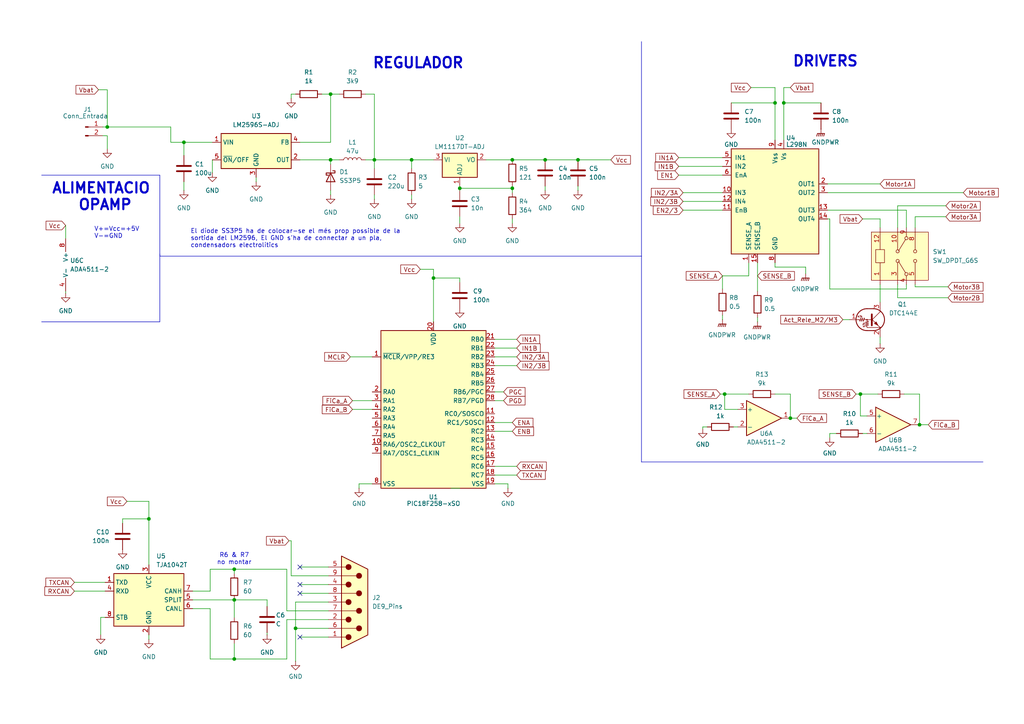
<source format=kicad_sch>
(kicad_sch (version 20250114) (generator "eeschema") (generator_version "9.0")
  (paper "A4")
  (lib_symbols
    (symbol "Connector:Conn_01x02_Pin" (pin_names (offset 1.016) (hide yes))
      (property "Reference" "J" (at 0 2.54 0))
      (property "Value" "Conn_01x02_Pin" (at 0 -5.08 0))
      (symbol "Conn_01x02_Pin_1_1"
        (rectangle (start 0.8636 0.127) (end 0 -0.127) (stroke (width 0.1524)) (fill (type outline)))
        (rectangle (start 0.8636 -2.413) (end 0 -2.667) (stroke (width 0.1524)) (fill (type outline)))
        (polyline (pts (xy 1.27 0) (xy 0.8636 0)) (stroke (width 0.1524)))
        (polyline (pts (xy 1.27 -2.54) (xy 0.8636 -2.54)) (stroke (width 0.1524)))
        (pin passive line (at 5.08 0 180) (length 3.81) (name "Pin_1") (number "1"))
        (pin passive line (at 5.08 -2.54 180) (length 3.81) (name "Pin_2") (number "2"))
      )
    )
    (symbol "Connector:DE9_Pins" (pin_names (offset 1.016) (hide yes))
      (property "Reference" "J" (at 0 13.97 0))
      (property "Value" "DE9_Pins" (at 0 -14.605 0))
      (symbol "DE9_Pins_0_1"
        (polyline (pts (xy -3.81 10.16) (xy -2.54 10.16)))
        (polyline (pts (xy -3.81 7.62) (xy 0.508 7.62)))
        (polyline (pts (xy -3.81 5.08) (xy -2.54 5.08)))
        (polyline (pts (xy -3.81 2.54) (xy 0.508 2.54)))
        (polyline (pts (xy -3.81 0) (xy -2.54 0)))
        (polyline (pts (xy -3.81 -2.54) (xy 0.508 -2.54)))
        (polyline (pts (xy -3.81 -5.08) (xy -2.54 -5.08)))
        (polyline (pts (xy -3.81 -7.62) (xy 0.508 -7.62)))
        (polyline (pts (xy -3.81 -10.16) (xy -2.54 -10.16)))
        (polyline (pts (xy -3.81 -13.335) (xy -3.81 13.335) (xy 3.81 9.525) (xy 3.81 -9.525) (xy -3.81 -13.335)) (stroke (width 0.254)) (fill (type background)))
        (circle (center -1.778 10.16) (radius 0.762) (fill (type outline)))
        (circle (center -1.778 5.08) (radius 0.762) (fill (type outline)))
        (circle (center -1.778 0) (radius 0.762) (fill (type outline)))
        (circle (center -1.778 -5.08) (radius 0.762) (fill (type outline)))
        (circle (center -1.778 -10.16) (radius 0.762) (fill (type outline)))
        (circle (center 1.27 7.62) (radius 0.762) (fill (type outline)))
        (circle (center 1.27 2.54) (radius 0.762) (fill (type outline)))
        (circle (center 1.27 -2.54) (radius 0.762) (fill (type outline)))
        (circle (center 1.27 -7.62) (radius 0.762) (fill (type outline)))
      )
      (symbol "DE9_Pins_1_1"
        (pin passive line (at -7.62 10.16 0) (length 3.81) (name "5") (number "5"))
        (pin passive line (at -7.62 7.62 0) (length 3.81) (name "9") (number "9"))
        (pin passive line (at -7.62 5.08 0) (length 3.81) (name "4") (number "4"))
        (pin passive line (at -7.62 2.54 0) (length 3.81) (name "8") (number "8"))
        (pin passive line (at -7.62 0 0) (length 3.81) (name "3") (number "3"))
        (pin passive line (at -7.62 -2.54 0) (length 3.81) (name "7") (number "7"))
        (pin passive line (at -7.62 -5.08 0) (length 3.81) (name "2") (number "2"))
        (pin passive line (at -7.62 -7.62 0) (length 3.81) (name "6") (number "6"))
        (pin passive line (at -7.62 -10.16 0) (length 3.81) (name "1") (number "1"))
      )
    )
    (symbol "Device:C" (pin_numbers (hide yes)) (pin_names (offset 0.254))
      (property "Reference" "C" (at 0.635 2.54 0))
      (property "Value" "C" (at 0.635 -2.54 0))
      (symbol "C_0_1"
        (polyline (pts (xy -2.032 0.762) (xy 2.032 0.762)) (stroke (width 0.508)))
        (polyline (pts (xy -2.032 -0.762) (xy 2.032 -0.762)) (stroke (width 0.508)))
      )
      (symbol "C_1_1"
        (pin passive line (at 0 3.81 270) (length 2.794) (name "~") (number "1"))
        (pin passive line (at 0 -3.81 90) (length 2.794) (name "~") (number "2"))
      )
    )
    (symbol "Device:L" (pin_numbers (hide yes)) (pin_names (offset 1.016) (hide yes))
      (property "Reference" "L" (at -1.27 0 90))
      (property "Value" "L" (at 1.905 0 90))
      (symbol "L_0_1"
        (arc (start 0 2.54) (mid 0.6323 1.905) (end 0 1.27))
        (arc (start 0 1.27) (mid 0.6323 0.635) (end 0 0))
        (arc (start 0 0) (mid 0.6323 -0.635) (end 0 -1.27))
        (arc (start 0 -1.27) (mid 0.6323 -1.905) (end 0 -2.54))
      )
      (symbol "L_1_1"
        (pin passive line (at 0 3.81 270) (length 1.27) (name "1") (number "1"))
        (pin passive line (at 0 -3.81 90) (length 1.27) (name "2") (number "2"))
      )
    )
    (symbol "Device:R" (pin_numbers (hide yes)) (pin_names (offset 0))
      (property "Reference" "R" (at 2.032 0 90))
      (property "Value" "R" (at 0 0 90))
      (symbol "R_0_1"
        (rectangle (start -1.016 -2.54) (end 1.016 2.54) (stroke (width 0.254)))
      )
      (symbol "R_1_1"
        (pin passive line (at 0 3.81 270) (length 1.27) (name "~") (number "1"))
        (pin passive line (at 0 -3.81 90) (length 1.27) (name "~") (number "2"))
      )
    )
    (symbol "Driver_Motor:L298N" (pin_names (offset 1.016))
      (property "Reference" "U" (at -10.16 16.51 0))
      (property "Value" "L298N" (at 12.7 16.51 0))
      (symbol "L298N_0_1"
        (rectangle (start -12.7 15.24) (end 12.7 -15.24) (stroke (width 0.254)) (fill (type background)))
      )
      (symbol "L298N_1_1"
        (pin input line (at -15.24 12.7 0) (length 2.54) (name "IN1") (number "5"))
        (pin input line (at -15.24 10.16 0) (length 2.54) (name "IN2") (number "7"))
        (pin input line (at -15.24 7.62 0) (length 2.54) (name "EnA") (number "6"))
        (pin input line (at -15.24 2.54 0) (length 2.54) (name "IN3") (number "10"))
        (pin input line (at -15.24 0 0) (length 2.54) (name "IN4") (number "12"))
        (pin input line (at -15.24 -2.54 0) (length 2.54) (name "EnB") (number "11"))
        (pin power_in line (at -7.62 -17.78 90) (length 2.54) (name "SENSE_A") (number "1"))
        (pin power_in line (at -5.08 -17.78 90) (length 2.54) (name "SENSE_B") (number "15"))
        (pin power_in line (at 0 17.78 270) (length 2.54) (name "Vss") (number "9"))
        (pin power_in line (at 0 -17.78 90) (length 2.54) (name "GND") (number "8"))
        (pin power_in line (at 2.54 17.78 270) (length 2.54) (name "Vs") (number "4"))
        (pin output line (at 15.24 5.08 180) (length 2.54) (name "OUT1") (number "2"))
        (pin output line (at 15.24 2.54 180) (length 2.54) (name "OUT2") (number "3"))
        (pin output line (at 15.24 -2.54 180) (length 2.54) (name "OUT3") (number "13"))
        (pin output line (at 15.24 -5.08 180) (length 2.54) (name "OUT4") (number "14"))
      )
    )
    (symbol "Interface_CAN_LIN:TJA1042T"
      (property "Reference" "U" (at -10.16 8.89 0))
      (property "Value" "TJA1042T" (at 1.27 8.89 0))
      (symbol "TJA1042T_0_1"
        (rectangle (start -10.16 7.62) (end 10.16 -7.62) (stroke (width 0.254)) (fill (type background)))
      )
      (symbol "TJA1042T_1_1"
        (pin input line (at -12.7 5.08 0) (length 2.54) (name "TXD") (number "1"))
        (pin output line (at -12.7 2.54 0) (length 2.54) (name "RXD") (number "4"))
        (pin input line (at -12.7 -5.08 0) (length 2.54) (name "STB") (number "8"))
        (pin power_in line (at 0 10.16 270) (length 2.54) (name "VCC") (number "3"))
        (pin power_in line (at 0 -10.16 90) (length 2.54) (name "GND") (number "2"))
        (pin bidirectional line (at 12.7 2.54 180) (length 2.54) (name "CANH") (number "7"))
        (pin power_out line (at 12.7 0 180) (length 2.54) (name "SPLIT") (number "5"))
        (pin bidirectional line (at 12.7 -2.54 180) (length 2.54) (name "CANL") (number "6"))
      )
    )
    (symbol "PracticasKiCad:ADA4511-2" (pin_names (offset 0.127))
      (property "Reference" "U" (at 0 5.08 0))
      (property "Value" "ADA4511-2" (at 0 -5.08 0))
      (symbol "ADA4511-2_1_1"
        (polyline (pts (xy -5.08 5.08) (xy 5.08 0) (xy -5.08 -5.08) (xy -5.08 5.08)) (stroke (width 0.254)) (fill (type background)))
        (pin input line (at -7.62 2.54 0) (length 2.54) (name "+") (number "3"))
        (pin input line (at -7.62 -2.54 0) (length 2.54) (name "-") (number "2"))
        (pin output line (at 7.62 0 180) (length 2.54) (name "~") (number "1"))
      )
      (symbol "ADA4511-2_2_1"
        (polyline (pts (xy -5.08 5.08) (xy 5.08 0) (xy -5.08 -5.08) (xy -5.08 5.08)) (stroke (width 0.254)) (fill (type background)))
        (pin input line (at -7.62 2.54 0) (length 2.54) (name "+") (number "5"))
        (pin input line (at -7.62 -2.54 0) (length 2.54) (name "-") (number "6"))
        (pin output line (at 7.62 0 180) (length 2.54) (name "~") (number "7"))
      )
      (symbol "ADA4511-2_3_1"
        (pin power_in line (at -2.54 7.62 270) (length 3.81) (name "V+") (number "8"))
        (pin power_in line (at -2.54 -7.62 90) (length 3.81) (name "V-") (number "4"))
      )
    )
    (symbol "PracticasKiCad:PIC18F258-xSO"
      (property "Reference" "U" (at -12.7 25.4 0))
      (property "Value" "PIC18F258-xSO" (at 12.7 25.4 0))
      (symbol "PIC18F258-xSO_1_1"
        (rectangle (start -15.24 22.86) (end 15.24 -22.86) (stroke (width 0.254)) (fill (type background)))
        (pin input line (at -17.78 15.24 0) (length 2.54) (name "~{MCLR}/VPP/RE3") (number "1"))
        (pin bidirectional line (at -17.78 5.08 0) (length 2.54) (name "RA0") (number "2"))
        (pin bidirectional line (at -17.78 2.54 0) (length 2.54) (name "RA1") (number "3"))
        (pin bidirectional line (at -17.78 0 0) (length 2.54) (name "RA2") (number "4"))
        (pin bidirectional line (at -17.78 -2.54 0) (length 2.54) (name "RA3") (number "5"))
        (pin bidirectional line (at -17.78 -5.08 0) (length 2.54) (name "RA4") (number "6"))
        (pin bidirectional line (at -17.78 -7.62 0) (length 2.54) (name "RA5") (number "7"))
        (pin bidirectional line (at -17.78 -10.16 0) (length 2.54) (name "RA6/OSC2_CLKOUT") (number "10"))
        (pin bidirectional line (at -17.78 -12.7 0) (length 2.54) (name "RA7/OSC1_CLKIN") (number "9"))
        (pin power_in line (at -17.78 -21.59 0) (length 2.54) (name "VSS") (number "8"))
        (pin power_in line (at 0 25.4 270) (length 2.54) (name "VDD") (number "20"))
        (pin bidirectional line (at 17.78 20.32 180) (length 2.54) (name "RB0") (number "21"))
        (pin bidirectional line (at 17.78 17.78 180) (length 2.54) (name "RB1") (number "22"))
        (pin bidirectional line (at 17.78 15.24 180) (length 2.54) (name "RB2") (number "23"))
        (pin bidirectional line (at 17.78 12.7 180) (length 2.54) (name "RB3") (number "24"))
        (pin bidirectional line (at 17.78 10.16 180) (length 2.54) (name "RB4") (number "25"))
        (pin bidirectional line (at 17.78 7.62 180) (length 2.54) (name "RB5") (number "26"))
        (pin bidirectional line (at 17.78 5.08 180) (length 2.54) (name "RB6/PGC") (number "27"))
        (pin bidirectional line (at 17.78 2.54 180) (length 2.54) (name "RB7/PGD") (number "28"))
        (pin bidirectional line (at 17.78 -1.27 180) (length 2.54) (name "RC0/SOSCO") (number "11"))
        (pin bidirectional line (at 17.78 -3.81 180) (length 2.54) (name "RC1/SOSCI") (number "12"))
        (pin bidirectional line (at 17.78 -6.35 180) (length 2.54) (name "RC2") (number "13"))
        (pin bidirectional line (at 17.78 -8.89 180) (length 2.54) (name "RC3") (number "14"))
        (pin bidirectional line (at 17.78 -11.43 180) (length 2.54) (name "RC4") (number "15"))
        (pin bidirectional line (at 17.78 -13.97 180) (length 2.54) (name "RC5") (number "16"))
        (pin bidirectional line (at 17.78 -16.51 180) (length 2.54) (name "RC6") (number "17"))
        (pin bidirectional line (at 17.78 -19.05 180) (length 2.54) (name "RC7") (number "18"))
        (pin power_in line (at 17.78 -21.59 180) (length 2.54) (name "VSS") (number "19"))
      )
    )
    (symbol "PracticasKiCad:SS3P5" (pin_numbers (hide yes)) (pin_names (offset 1.016) (hide yes))
      (property "Reference" "D" (at 0 2.54 0))
      (property "Value" "SS3P5" (at 0 -2.54 0))
      (symbol "SS3P5_0_1"
        (polyline (pts (xy -1.905 0.635) (xy -1.905 1.27) (xy -1.27 1.27) (xy -1.27 -1.27) (xy -0.635 -1.27) (xy -0.635 -0.635)) (stroke (width 0.254)))
        (polyline (pts (xy 1.27 1.27) (xy 1.27 -1.27) (xy -1.27 0) (xy 1.27 1.27)) (stroke (width 0.254)))
        (polyline (pts (xy 1.27 0) (xy -1.27 0)))
      )
      (symbol "SS3P5_1_1"
        (pin passive line (at -3.81 0 0) (length 2.54) (name "K") (number "1"))
        (pin passive line (at 3.81 0 180) (length 2.54) (name "A") (number "2"))
      )
    )
    (symbol "PracticasKiCad:SW_DPDT_G6S" (pin_names (offset 1) (hide yes))
      (property "Reference" "SW" (at 15.24 13.97 0))
      (property "Value" "SW_DPDT_G6S" (at 18.288 -10.668 0))
      (symbol "SW_DPDT_G6S_0_1"
        (rectangle (start 11.43 7.62) (end 13.97 3.81))
        (circle (center 17.78 7.112) (radius 0.4572))
        (circle (center 17.78 4.318) (radius 0.4572))
        (polyline (pts (xy 20.066 10.541) (xy 18.034 7.239)))
        (polyline (pts (xy 20.066 0.889) (xy 18.034 4.191)))
        (circle (center 20.32 10.922) (radius 0.4572))
        (circle (center 20.32 0.508) (radius 0.4572))
        (circle (center 22.86 7.112) (radius 0.4572))
        (circle (center 22.86 4.318) (radius 0.4572))
      )
      (symbol "SW_DPDT_G6S_1_1"
        (rectangle (start 10.16 12.7) (end 26.67 -1.27) (fill (type background)))
        (pin passive line (at 12.7 13.97 270) (length 6.35) (name "") (number "12"))
        (pin passive line (at 12.7 -2.54 90) (length 6.35) (name "") (number "1"))
        (pin passive line (at 17.78 13.97 270) (length 6.35) (name "") (number "10"))
        (pin passive line (at 17.78 -2.54 90) (length 6.35) (name "") (number "3"))
        (pin passive line (at 20.32 13.97 270) (length 2.54) (name "") (number "9"))
        (pin passive line (at 20.32 -2.54 90) (length 2.54) (name "") (number "4"))
        (pin passive line (at 22.86 13.97 270) (length 6.35) (name "") (number "8"))
        (pin passive line (at 22.86 -2.54 90) (length 6.35) (name "") (number "5"))
      )
    )
    (symbol "Regulator_Linear:LM1117DT-ADJ"
      (property "Reference" "U" (at -3.81 3.175 0))
      (property "Value" "LM1117DT-ADJ" (at 0 3.175 0))
      (symbol "LM1117DT-ADJ_0_1"
        (rectangle (start -5.08 -5.08) (end 5.08 1.905) (stroke (width 0.254)) (fill (type background)))
      )
      (symbol "LM1117DT-ADJ_1_1"
        (pin power_in line (at -7.62 0 0) (length 2.54) (name "VI") (number "3"))
        (pin input line (at 0 -7.62 90) (length 2.54) (name "ADJ") (number "1"))
        (pin power_out line (at 7.62 0 180) (length 2.54) (name "VO") (number "2"))
      )
    )
    (symbol "Regulator_Switching:LM2596S-ADJ"
      (property "Reference" "U" (at -10.16 6.35 0))
      (property "Value" "LM2596S-ADJ" (at 0 6.35 0))
      (symbol "LM2596S-ADJ_0_1"
        (rectangle (start -10.16 5.08) (end 10.16 -5.08) (stroke (width 0.254)) (fill (type background)))
      )
      (symbol "LM2596S-ADJ_1_1"
        (pin power_in line (at -12.7 2.54 0) (length 2.54) (name "VIN") (number "1"))
        (pin input line (at -12.7 -2.54 0) (length 2.54) (name "~{ON}/OFF") (number "5"))
        (pin power_in line (at 0 -7.62 90) (length 2.54) (name "GND") (number "3"))
        (pin input line (at 12.7 2.54 180) (length 2.54) (name "FB") (number "4"))
        (pin output line (at 12.7 -2.54 180) (length 2.54) (name "OUT") (number "2"))
      )
    )
    (symbol "Transistor_BJT:DTC144E" (pin_names (offset 0) (hide yes))
      (property "Reference" "Q" (at 5.08 1.905 0))
      (property "Value" "DTC144E" (at 5.08 0 0))
      (symbol "DTC144E_0_0"
        (text "47k" (at -3.302 0.889 0) (effects (font (size 0.508 0.508))))
        (text "47k" (at -2.159 -1.524 900) (effects (font (size 0.508 0.508))))
      )
      (symbol "DTC144E_0_1"
        (polyline (pts (xy -3.429 0) (xy -3.81 0)))
        (polyline (pts (xy -1.27 3.175) (xy 0.635 3.175)) (stroke (width 0.254)))
        (circle (center -1.27 0) (radius 0.127))
        (polyline (pts (xy -1.27 0) (xy -1.27 -0.381) (xy -0.762 -0.508) (xy -1.778 -0.762) (xy -0.762 -1.016) (xy -1.778 -1.27) (xy -0.762 -1.524) (xy -1.778 -1.778) (xy -1.27 -1.905) (xy -1.27 -2.286) (xy 2.54 -2.286)))
        (polyline (pts (xy -1.27 -3.175) (xy 0.635 -3.175)) (stroke (width 0.254)))
        (arc (start -1.27 -3.175) (mid -4.4312 0) (end -1.27 3.175) (stroke (width 0.254)))
        (polyline (pts (xy 0 0) (xy -1.905 0) (xy -2.032 0.508) (xy -2.286 -0.508) (xy -2.54 0.508) (xy -2.794 -0.508) (xy -3.048 0.508) (xy -3.302 -0.508) (xy -3.429 0)))
        (polyline (pts (xy 0 -0.254) (xy 2.54 2.286)))
        (polyline (pts (xy 0.127 1.524) (xy 0.127 -1.651)) (stroke (width 0.508)) (fill (type outline)))
        (arc (start 0.635 3.175) (mid 3.7962 0) (end 0.635 -3.175) (stroke (width 0.254)))
        (polyline (pts (xy 0.889 -1.143) (xy 1.397 -0.635) (xy 1.905 -1.651) (xy 0.889 -1.143)) (fill (type outline)))
        (polyline (pts (xy 2.54 2.286) (xy 2.54 2.54)))
        (polyline (pts (xy 2.54 -2.286) (xy 0 0.254) (xy 0 0.254)))
        (circle (center 2.54 -2.286) (radius 0.127))
      )
      (symbol "DTC144E_1_1"
        (pin input line (at -6.35 0 0) (length 2.54) (name "B") (number "1"))
        (pin passive line (at 2.54 5.08 270) (length 2.54) (name "C") (number "3"))
        (pin passive line (at 2.54 -5.08 90) (length 2.54) (name "E") (number "2"))
      )
    )
    (symbol "power:GND" (power) (pin_numbers (hide yes)) (pin_names (offset 0) (hide yes))
      (property "Value" "GND" (at 0 -3.81 0))
      (symbol "GND_0_1"
        (polyline (pts (xy 0 0) (xy 0 -1.27) (xy 1.27 -1.27) (xy 0 -2.54) (xy -1.27 -1.27) (xy 0 -1.27)))
      )
      (symbol "GND_1_1"
        (pin power_in line (at 0 0 270) (length 0) (name "~") (number "1"))
      )
    )
    (symbol "power:GNDPWR" (power) (pin_numbers (hide yes)) (pin_names (offset 0) (hide yes))
      (property "Value" "GNDPWR" (at 0 -3.302 0))
      (symbol "GNDPWR_0_1"
        (polyline (pts (xy -1.016 -1.27) (xy -1.27 -2.032) (xy -1.27 -2.032)) (stroke (width 0.2032)))
        (polyline (pts (xy -0.508 -1.27) (xy -0.762 -2.032) (xy -0.762 -2.032)) (stroke (width 0.2032)))
        (polyline (pts (xy 0 -1.27) (xy 0 0)))
        (polyline (pts (xy 0 -1.27) (xy -0.254 -2.032) (xy -0.254 -2.032)) (stroke (width 0.2032)))
        (polyline (pts (xy 0.508 -1.27) (xy 0.254 -2.032) (xy 0.254 -2.032)) (stroke (width 0.2032)))
        (polyline (pts (xy 1.016 -1.27) (xy -1.016 -1.27) (xy -1.016 -1.27)) (stroke (width 0.2032)))
        (polyline (pts (xy 1.016 -1.27) (xy 0.762 -2.032) (xy 0.762 -2.032) (xy 0.762 -2.032)) (stroke (width 0.2032)))
      )
      (symbol "GNDPWR_1_1"
        (pin power_in line (at 0 0 270) (length 0) (name "~") (number "1"))
      )
    )
  )
  (text "R6 & R7\nno montar\n\n" (at 67.945 163.195 0) (effects (font (size 1.27 1.27))))
  (text "REGULADOR" (at 121.285 18.415 0) (effects (font (size 3 3) (thickness 0.6) (bold yes))))
  (text "ALIMENTACIO \nOPAMP" (at 30.48 57.15 0) (effects (font (size 3 3) (thickness 0.6) (bold yes))))
  (text "DRIVERS\n\n" (at 239.395 20.32 0) (effects (font (size 3 3) (thickness 0.6) (bold yes))))
  (text "V+=Vcc=+5V\nV-=GND\n\n" (at 27.305 68.58 0) (effects (font (size 1.27 1.27) (thickness 0.1588)) (justify left)))
  (text "El díode SS3P5 ha de colocar-se el més prop possible de la \nsortida del LM2596, El GND s'ha de connectar a un pla,\ncondensadors electrolítics\n" (at 55.245 69.215 0) (effects (font (size 1.27 1.27) (thickness 0.1588)) (justify left)))
  (junction (at 85.725 182.245))
  (junction (at 67.945 191.135))
  (junction (at 95.885 27.305))
  (junction (at 43.18 150.495))
  (junction (at 95.885 46.355))
  (junction (at 266.7 123.19))
  (junction (at 67.945 173.99))
  (junction (at 229.235 121.285))
  (junction (at 148.59 54.61))
  (junction (at 148.59 46.355))
  (junction (at 53.34 41.275))
  (junction (at 227.33 29.845))
  (junction (at 67.945 165.1))
  (junction (at 249.555 114.3))
  (junction (at 224.79 29.845))
  (junction (at 31.115 36.83))
  (junction (at 210.185 114.3))
  (junction (at 133.35 54.61))
  (junction (at 108.585 46.355))
  (junction (at 125.73 80.645))
  (junction (at 167.64 46.355))
  (junction (at 119.38 46.355))
  (junction (at 158.115 46.355))
  (no_connect (at 86.995 172.085))
  (no_connect (at 86.995 184.785))
  (no_connect (at 86.995 164.465))
  (no_connect (at 86.995 169.545))
  (wire (pts (xy 209.55 80.01) (xy 209.55 83.82)))
  (wire (pts (xy 143.51 137.795) (xy 149.86 137.795)))
  (wire (pts (xy 29.845 39.37) (xy 31.115 39.37)))
  (wire (pts (xy 85.725 27.305) (xy 84.455 27.305)))
  (wire (pts (xy 95.885 41.275) (xy 95.885 27.305)))
  (wire (pts (xy 210.185 118.745) (xy 213.995 118.745)))
  (wire (pts (xy 83.185 191.135) (xy 67.945 191.135)))
  (wire (pts (xy 148.59 54.61) (xy 148.59 55.88)))
  (wire (pts (xy 240.03 53.34) (xy 255.27 53.34)))
  (wire (pts (xy 30.48 179.07) (xy 29.21 179.07)))
  (wire (pts (xy 143.51 140.335) (xy 147.32 140.335)))
  (wire (pts (xy 86.995 172.085) (xy 95.25 172.085)))
  (wire (pts (xy 240.665 83.82) (xy 262.89 83.82)))
  (wire (pts (xy 108.585 46.355) (xy 108.585 27.305)))
  (wire (pts (xy 274.32 62.865) (xy 265.43 62.865)))
  (polyline (pts (xy 46.355 74.295) (xy 46.355 50.8)))
  (wire (pts (xy 86.995 169.545) (xy 95.25 169.545)))
  (wire (pts (xy 119.38 57.785) (xy 119.38 56.515)))
  (wire (pts (xy 274.955 83.185) (xy 265.43 83.185)))
  (wire (pts (xy 143.51 100.965) (xy 149.86 100.965)))
  (wire (pts (xy 233.68 77.47) (xy 224.79 77.47)))
  (wire (pts (xy 29.21 179.07) (xy 29.21 184.15)))
  (wire (pts (xy 229.235 121.285) (xy 231.14 121.285)))
  (wire (pts (xy 158.115 46.355) (xy 167.64 46.355)))
  (wire (pts (xy 108.585 46.355) (xy 108.585 48.895)))
  (wire (pts (xy 255.27 63.5) (xy 255.27 66.04)))
  (wire (pts (xy 262.255 114.3) (xy 266.7 114.3)))
  (wire (pts (xy 85.725 182.245) (xy 85.725 191.77)))
  (wire (pts (xy 102.235 118.745) (xy 107.95 118.745)))
  (wire (pts (xy 196.85 50.8) (xy 209.55 50.8)))
  (wire (pts (xy 143.51 113.665) (xy 146.05 113.665)))
  (wire (pts (xy 143.51 116.205) (xy 146.05 116.205)))
  (wire (pts (xy 125.73 78.105) (xy 121.92 78.105)))
  (wire (pts (xy 77.47 173.99) (xy 77.47 175.895)))
  (wire (pts (xy 19.05 65.405) (xy 19.05 69.215)))
  (wire (pts (xy 35.56 150.495) (xy 43.18 150.495)))
  (wire (pts (xy 212.09 29.845) (xy 224.79 29.845)))
  (wire (pts (xy 85.725 182.245) (xy 95.25 182.245)))
  (wire (pts (xy 36.83 145.415) (xy 43.18 145.415)))
  (wire (pts (xy 119.38 46.355) (xy 125.73 46.355)))
  (wire (pts (xy 208.915 114.3) (xy 210.185 114.3)))
  (wire (pts (xy 86.995 184.785) (xy 95.25 184.785)))
  (wire (pts (xy 198.12 60.96) (xy 209.55 60.96)))
  (wire (pts (xy 148.59 46.355) (xy 158.115 46.355)))
  (wire (pts (xy 133.35 80.645) (xy 125.73 80.645)))
  (wire (pts (xy 249.555 114.3) (xy 254.635 114.3)))
  (wire (pts (xy 133.35 62.865) (xy 133.35 64.77)))
  (wire (pts (xy 167.64 53.975) (xy 167.64 55.245)))
  (polyline (pts (xy 12.065 93.345) (xy 46.355 93.345)))
  (wire (pts (xy 249.555 120.65) (xy 251.46 120.65)))
  (wire (pts (xy 260.35 86.36) (xy 274.955 86.36)))
  (wire (pts (xy 108.585 56.515) (xy 108.585 57.785)))
  (wire (pts (xy 93.345 27.305) (xy 95.885 27.305)))
  (wire (pts (xy 83.82 156.845) (xy 84.455 156.845)))
  (wire (pts (xy 60.96 171.45) (xy 60.96 165.1)))
  (wire (pts (xy 240.665 63.5) (xy 240.665 83.82)))
  (wire (pts (xy 53.34 41.275) (xy 61.595 41.275)))
  (wire (pts (xy 133.35 141.605) (xy 130.81 141.605)))
  (polyline (pts (xy 186.055 133.985) (xy 285.115 133.985)))
  (wire (pts (xy 95.885 46.355) (xy 98.425 46.355)))
  (wire (pts (xy 240.665 125.73) (xy 240.665 127)))
  (wire (pts (xy 133.35 54.61) (xy 148.59 54.61)))
  (wire (pts (xy 53.34 41.275) (xy 53.34 45.085)))
  (wire (pts (xy 158.115 53.975) (xy 158.115 55.245)))
  (wire (pts (xy 43.18 150.495) (xy 43.18 163.83)))
  (wire (pts (xy 255.27 82.55) (xy 255.27 87.63)))
  (wire (pts (xy 31.115 36.83) (xy 49.53 36.83)))
  (wire (pts (xy 49.53 36.83) (xy 49.53 41.275)))
  (wire (pts (xy 227.33 25.4) (xy 229.235 25.4)))
  (wire (pts (xy 244.475 92.71) (xy 246.38 92.71)))
  (wire (pts (xy 266.7 123.19) (xy 269.24 123.19)))
  (wire (pts (xy 227.33 25.4) (xy 227.33 29.845)))
  (wire (pts (xy 83.185 179.705) (xy 83.185 191.135)))
  (wire (pts (xy 248.285 114.3) (xy 249.555 114.3)))
  (wire (pts (xy 108.585 27.305) (xy 106.045 27.305)))
  (wire (pts (xy 250.19 63.5) (xy 255.27 63.5)))
  (wire (pts (xy 55.88 173.99) (xy 67.945 173.99)))
  (polyline (pts (xy 186.055 74.295) (xy 186.055 133.985)))
  (wire (pts (xy 83.185 165.1) (xy 83.185 177.165)))
  (wire (pts (xy 60.96 176.53) (xy 60.96 191.135)))
  (wire (pts (xy 219.71 92.075) (xy 219.71 93.345)))
  (wire (pts (xy 143.51 106.045) (xy 149.86 106.045)))
  (wire (pts (xy 133.35 81.915) (xy 133.35 80.645)))
  (wire (pts (xy 219.71 76.2) (xy 219.71 84.455)))
  (wire (pts (xy 60.96 165.1) (xy 67.945 165.1)))
  (wire (pts (xy 102.235 116.205) (xy 107.95 116.205)))
  (wire (pts (xy 86.995 46.355) (xy 95.885 46.355)))
  (wire (pts (xy 49.53 41.275) (xy 53.34 41.275)))
  (wire (pts (xy 196.85 48.26) (xy 209.55 48.26)))
  (wire (pts (xy 260.35 59.69) (xy 274.32 59.69)))
  (wire (pts (xy 224.79 25.4) (xy 224.79 29.845)))
  (wire (pts (xy 148.59 53.975) (xy 148.59 54.61)))
  (wire (pts (xy 217.805 25.4) (xy 224.79 25.4)))
  (wire (pts (xy 240.03 60.96) (xy 262.89 60.96)))
  (wire (pts (xy 143.51 98.425) (xy 149.86 98.425)))
  (wire (pts (xy 140.97 46.355) (xy 148.59 46.355)))
  (wire (pts (xy 125.73 80.645) (xy 125.73 93.345)))
  (wire (pts (xy 196.85 45.72) (xy 209.55 45.72)))
  (wire (pts (xy 86.995 164.465) (xy 95.25 164.465)))
  (polyline (pts (xy 46.355 93.345) (xy 46.355 73.66)))
  (wire (pts (xy 266.7 114.3) (xy 266.7 123.19)))
  (wire (pts (xy 53.34 52.705) (xy 53.34 55.245)))
  (wire (pts (xy 262.89 82.55) (xy 262.89 83.82)))
  (wire (pts (xy 212.725 123.825) (xy 213.995 123.825)))
  (polyline (pts (xy 186.055 12.065) (xy 186.055 74.295)))
  (wire (pts (xy 224.79 77.47) (xy 224.79 76.2)))
  (wire (pts (xy 29.845 36.83) (xy 31.115 36.83)))
  (wire (pts (xy 67.945 186.69) (xy 67.945 191.135)))
  (wire (pts (xy 55.88 176.53) (xy 60.96 176.53)))
  (wire (pts (xy 95.885 46.355) (xy 95.885 47.625)))
  (wire (pts (xy 107.95 140.335) (xy 104.14 140.335)))
  (wire (pts (xy 147.32 140.335) (xy 147.32 141.605)))
  (wire (pts (xy 255.27 97.79) (xy 255.27 99.695)))
  (wire (pts (xy 198.12 58.42) (xy 209.55 58.42)))
  (wire (pts (xy 250.19 125.73) (xy 251.46 125.73)))
  (wire (pts (xy 84.455 27.305) (xy 84.455 28.575)))
  (wire (pts (xy 265.43 62.865) (xy 265.43 66.04)))
  (wire (pts (xy 31.115 26.035) (xy 28.575 26.035)))
  (wire (pts (xy 86.995 41.275) (xy 95.885 41.275)))
  (wire (pts (xy 84.455 156.845) (xy 84.455 167.005)))
  (wire (pts (xy 67.945 173.99) (xy 67.945 179.07)))
  (wire (pts (xy 84.455 167.005) (xy 95.25 167.005)))
  (wire (pts (xy 67.945 165.1) (xy 67.945 166.37)))
  (wire (pts (xy 133.35 54.61) (xy 133.35 55.245)))
  (wire (pts (xy 83.185 179.705) (xy 95.25 179.705)))
  (wire (pts (xy 203.835 123.825) (xy 205.105 123.825)))
  (wire (pts (xy 227.33 29.845) (xy 238.125 29.845)))
  (wire (pts (xy 210.185 114.3) (xy 210.185 118.745)))
  (wire (pts (xy 217.17 76.2) (xy 217.17 80.01)))
  (wire (pts (xy 101.6 103.505) (xy 107.95 103.505)))
  (wire (pts (xy 74.295 51.435) (xy 74.295 52.705)))
  (wire (pts (xy 77.47 183.515) (xy 77.47 184.15)))
  (wire (pts (xy 85.725 174.625) (xy 85.725 182.245)))
  (wire (pts (xy 143.51 125.095) (xy 148.59 125.095)))
  (wire (pts (xy 240.03 63.5) (xy 240.665 63.5)))
  (wire (pts (xy 260.35 82.55) (xy 260.35 86.36)))
  (wire (pts (xy 104.14 140.335) (xy 104.14 141.605)))
  (wire (pts (xy 262.89 60.96) (xy 262.89 66.04)))
  (wire (pts (xy 31.115 39.37) (xy 31.115 43.18)))
  (wire (pts (xy 95.885 27.305) (xy 98.425 27.305)))
  (wire (pts (xy 209.55 91.44) (xy 209.55 92.71)))
  (wire (pts (xy 106.045 46.355) (xy 108.585 46.355)))
  (wire (pts (xy 21.59 168.91) (xy 30.48 168.91)))
  (wire (pts (xy 31.115 26.035) (xy 31.115 36.83)))
  (wire (pts (xy 229.235 114.3) (xy 229.235 121.285)))
  (wire (pts (xy 133.35 53.975) (xy 133.35 54.61)))
  (wire (pts (xy 203.835 123.825) (xy 203.835 124.46)))
  (wire (pts (xy 125.73 78.105) (xy 125.73 80.645)))
  (wire (pts (xy 43.18 145.415) (xy 43.18 150.495)))
  (wire (pts (xy 143.51 122.555) (xy 148.59 122.555)))
  (wire (pts (xy 143.51 135.255) (xy 149.86 135.255)))
  (wire (pts (xy 143.51 103.505) (xy 149.86 103.505)))
  (wire (pts (xy 227.33 29.845) (xy 227.33 40.64)))
  (wire (pts (xy 217.17 80.01) (xy 209.55 80.01)))
  (wire (pts (xy 21.59 171.45) (xy 30.48 171.45)))
  (wire (pts (xy 265.43 83.185) (xy 265.43 82.55)))
  (wire (pts (xy 43.18 184.15) (xy 43.18 185.42)))
  (wire (pts (xy 224.79 29.845) (xy 224.79 40.64)))
  (wire (pts (xy 198.12 55.88) (xy 209.55 55.88)))
  (wire (pts (xy 233.68 77.47) (xy 233.68 79.375)))
  (wire (pts (xy 167.64 46.355) (xy 177.165 46.355)))
  (wire (pts (xy 242.57 125.73) (xy 240.665 125.73)))
  (wire (pts (xy 55.88 171.45) (xy 60.96 171.45)))
  (polyline (pts (xy 12.065 50.8) (xy 46.355 50.8)))
  (wire (pts (xy 85.725 174.625) (xy 95.25 174.625)))
  (wire (pts (xy 95.885 55.245) (xy 95.885 56.515)))
  (wire (pts (xy 67.945 165.1) (xy 83.185 165.1)))
  (wire (pts (xy 19.05 84.455) (xy 19.05 85.09)))
  (wire (pts (xy 61.595 46.355) (xy 61.595 50.165)))
  (wire (pts (xy 60.96 191.135) (xy 67.945 191.135)))
  (wire (pts (xy 83.185 177.165) (xy 95.25 177.165)))
  (wire (pts (xy 148.59 63.5) (xy 148.59 64.77)))
  (wire (pts (xy 249.555 120.65) (xy 249.555 114.3)))
  (wire (pts (xy 119.38 46.355) (xy 119.38 48.895)))
  (wire (pts (xy 210.185 114.3) (xy 217.17 114.3)))
  (wire (pts (xy 260.35 66.04) (xy 260.35 59.69)))
  (wire (pts (xy 108.585 46.355) (xy 119.38 46.355)))
  (polyline (pts (xy 46.355 74.295) (xy 186.055 74.295)))
  (wire (pts (xy 35.56 151.765) (xy 35.56 150.495)))
  (wire (pts (xy 240.03 55.88) (xy 279.4 55.88)))
  (wire (pts (xy 67.945 173.99) (xy 77.47 173.99)))
  (wire (pts (xy 224.79 114.3) (xy 229.235 114.3)))
  (global_label "MCLR" (shape input) (at 101.6 103.505 180) (property "Intersheetrefs" "${INTERSHEET_REFS}" (effects (hide yes))))
  (global_label "ENB" (shape input) (at 148.59 125.095 0) (property "Intersheetrefs" "${INTERSHEET_REFS}" (effects (hide yes))))
  (global_label "Motor1B" (shape input) (at 279.4 55.88 0) (property "Intersheetrefs" "${INTERSHEET_REFS}" (effects (hide yes))))
  (global_label "SENSE_B" (shape input) (at 248.285 114.3 180) (property "Intersheetrefs" "${INTERSHEET_REFS}" (effects (hide yes))))
  (global_label "Motor2B" (shape input) (at 274.955 86.36 0) (property "Intersheetrefs" "${INTERSHEET_REFS}" (effects (hide yes))))
  (global_label "SENSE_A" (shape input) (at 209.55 80.01 180) (property "Intersheetrefs" "${INTERSHEET_REFS}" (effects (hide yes))))
  (global_label "Motor3A" (shape input) (at 274.32 62.865 0) (property "Intersheetrefs" "${INTERSHEET_REFS}" (effects (hide yes))))
  (global_label "PGD" (shape input) (at 146.05 116.205 0) (property "Intersheetrefs" "${INTERSHEET_REFS}" (effects (hide yes))))
  (global_label "Vbat" (shape input) (at 250.19 63.5 180) (property "Intersheetrefs" "${INTERSHEET_REFS}" (effects (hide yes))))
  (global_label "Motor1A" (shape input) (at 255.27 53.34 0) (property "Intersheetrefs" "${INTERSHEET_REFS}" (effects (hide yes))))
  (global_label "EN1" (shape input) (at 196.85 50.8 180) (property "Intersheetrefs" "${INTERSHEET_REFS}" (effects (hide yes))))
  (global_label "RXCAN" (shape input) (at 21.59 171.45 180) (property "Intersheetrefs" "${INTERSHEET_REFS}" (effects (hide yes))))
  (global_label "Motor3B" (shape input) (at 274.955 83.185 0) (property "Intersheetrefs" "${INTERSHEET_REFS}" (effects (hide yes))))
  (global_label "Vbat" (shape input) (at 28.575 26.035 180) (property "Intersheetrefs" "${INTERSHEET_REFS}" (effects (hide yes))))
  (global_label "Vcc" (shape input) (at 217.805 25.4 180) (property "Intersheetrefs" "${INTERSHEET_REFS}" (effects (hide yes))))
  (global_label "Vcc" (shape input) (at 177.165 46.355 0) (property "Intersheetrefs" "${INTERSHEET_REFS}" (effects (hide yes))))
  (global_label "IN1B" (shape input) (at 196.85 48.26 180) (property "Intersheetrefs" "${INTERSHEET_REFS}" (effects (hide yes))))
  (global_label "FiCa_A" (shape input) (at 231.14 121.285 0) (property "Intersheetrefs" "${INTERSHEET_REFS}" (effects (hide yes))))
  (global_label "Vcc" (shape input) (at 121.92 78.105 180) (property "Intersheetrefs" "${INTERSHEET_REFS}" (effects (hide yes))))
  (global_label "TXCAN" (shape input) (at 21.59 168.91 180) (property "Intersheetrefs" "${INTERSHEET_REFS}" (effects (hide yes))))
  (global_label "TXCAN" (shape input) (at 149.86 137.795 0) (property "Intersheetrefs" "${INTERSHEET_REFS}" (effects (hide yes))))
  (global_label "EN2{slash}3" (shape input) (at 198.12 60.96 180) (property "Intersheetrefs" "${INTERSHEET_REFS}" (effects (hide yes))))
  (global_label "IN2{slash}3A" (shape input) (at 198.12 55.88 180) (property "Intersheetrefs" "${INTERSHEET_REFS}" (effects (hide yes))))
  (global_label "Vbat" (shape input) (at 83.82 156.845 180) (property "Intersheetrefs" "${INTERSHEET_REFS}" (effects (hide yes))))
  (global_label "SENSE_B" (shape input) (at 219.71 80.01 0) (property "Intersheetrefs" "${INTERSHEET_REFS}" (effects (hide yes))))
  (global_label "IN2{slash}3A" (shape input) (at 149.86 103.505 0) (property "Intersheetrefs" "${INTERSHEET_REFS}" (effects (hide yes))))
  (global_label "Vbat" (shape input) (at 229.235 25.4 0) (property "Intersheetrefs" "${INTERSHEET_REFS}" (effects (hide yes))))
  (global_label "IN1B" (shape input) (at 149.86 100.965 0) (property "Intersheetrefs" "${INTERSHEET_REFS}" (effects (hide yes))))
  (global_label "IN1A" (shape input) (at 149.86 98.425 0) (property "Intersheetrefs" "${INTERSHEET_REFS}" (effects (hide yes))))
  (global_label "IN1A" (shape input) (at 196.85 45.72 180) (property "Intersheetrefs" "${INTERSHEET_REFS}" (effects (hide yes))))
  (global_label "PGC" (shape input) (at 146.05 113.665 0) (property "Intersheetrefs" "${INTERSHEET_REFS}" (effects (hide yes))))
  (global_label "Vcc" (shape input) (at 36.83 145.415 180) (property "Intersheetrefs" "${INTERSHEET_REFS}" (effects (hide yes))))
  (global_label "FiCa_B" (shape input) (at 102.235 118.745 180) (property "Intersheetrefs" "${INTERSHEET_REFS}" (effects (hide yes))))
  (global_label "FiCa_A" (shape input) (at 102.235 116.205 180) (property "Intersheetrefs" "${INTERSHEET_REFS}" (effects (hide yes))))
  (global_label "IN2{slash}3B" (shape input) (at 198.12 58.42 180) (property "Intersheetrefs" "${INTERSHEET_REFS}" (effects (hide yes))))
  (global_label "Vcc" (shape input) (at 19.05 65.405 180) (property "Intersheetrefs" "${INTERSHEET_REFS}" (effects (hide yes))))
  (global_label "Act_Rele_M2{slash}M3" (shape input) (at 244.475 92.71 180) (property "Intersheetrefs" "${INTERSHEET_REFS}" (effects (hide yes))))
  (global_label "FiCa_B" (shape input) (at 269.24 123.19 0) (property "Intersheetrefs" "${INTERSHEET_REFS}" (effects (hide yes))))
  (global_label "Motor2A" (shape input) (at 274.32 59.69 0) (property "Intersheetrefs" "${INTERSHEET_REFS}" (effects (hide yes))))
  (global_label "IN2{slash}3B" (shape input) (at 149.86 106.045 0) (property "Intersheetrefs" "${INTERSHEET_REFS}" (effects (hide yes))))
  (global_label "ENA" (shape input) (at 148.59 122.555 0) (property "Intersheetrefs" "${INTERSHEET_REFS}" (effects (hide yes))))
  (global_label "RXCAN" (shape input) (at 149.86 135.255 0) (property "Intersheetrefs" "${INTERSHEET_REFS}" (effects (hide yes))))
  (global_label "SENSE_A" (shape input) (at 208.915 114.3 180) (property "Intersheetrefs" "${INTERSHEET_REFS}" (effects (hide yes))))
  (symbol (lib_id "PracticasKiCad:PIC18F258-xSO") (at 125.73 118.745 0) (unit 1)
    (property "Reference" "U1" (at 125.73 144.145 0))
    (property "Value" "PIC18F258-xSO" (at 125.73 146.05 0))
    (property "Footprint" "Package_SO:SOIC-28W_7.5x17.9mm_P1.27mm" (effects (hide yes)))
    (property "Datasheet" "http://ww1.microchip.com/downloads/en/DeviceDoc/40001412G.pdf" (effects (hide yes)))
    (property "Description" "8K Flash, 512B SRAM, 256B EEPROM, nanoWatt XLP, 2.3V to 5.5V, SOIC28" (effects (hide yes)))
  )
  (symbol (lib_id "Device:R") (at 209.55 87.63 0) (unit 1)
    (property "Reference" "R8" (at 211.455 86.3599 0) (effects (justify left)))
    (property "Value" "0.5" (at 211.455 88.8999 0) (effects (justify left)))
    (property "Description" "Resistor" (effects (hide yes)))
  )
  (symbol (lib_id "Interface_CAN_LIN:TJA1042T") (at 43.18 173.99 0) (unit 1)
    (property "Reference" "U5" (at 45.3233 161.29 0) (effects (justify left)))
    (property "Value" "TJA1042T" (at 45.3233 163.83 0) (effects (justify left)))
    (property "Footprint" "Package_SO:SOIC-8_3.9x4.9mm_P1.27mm" (effects (hide yes)))
    (property "Datasheet" "http://www.nxp.com/docs/en/data-sheet/TJA1042.pdf" (effects (hide yes)))
    (property "Description" "High-Speed CAN Transceiver, standby mode, split pin, SOIC-8" (effects (hide yes)))
  )
  (symbol (lib_id "power:GND") (at 148.59 64.77 0) (unit 1)
    (property "Reference" "#PWR040" (effects (hide yes)))
    (property "Value" "GND" (at 148.59 69.85 0))
    (property "Description" "Power symbol creates a global label with name \"GND\" , ground" (effects (hide yes)))
  )
  (symbol (lib_id "power:GND") (at 43.18 185.42 0) (unit 1)
    (property "Reference" "#PWR025" (effects (hide yes)))
    (property "Value" "GND" (at 43.18 190.5 0))
    (property "Description" "Power symbol creates a global label with name \"GND\" , ground" (effects (hide yes)))
  )
  (symbol (lib_id "power:GND") (at 133.35 89.535 0) (unit 1)
    (property "Reference" "#PWR01" (effects (hide yes)))
    (property "Value" "GND" (at 133.35 94.615 0))
    (property "Description" "Power symbol creates a global label with name \"GND\" , ground" (effects (hide yes)))
  )
  (symbol (lib_id "Device:R") (at 208.915 123.825 90) (unit 1)
    (property "Reference" "R12" (at 207.645 118.11 90))
    (property "Value" "1k" (at 208.915 120.65 90))
    (property "Description" "Resistor" (effects (hide yes)))
  )
  (symbol (lib_id "power:GND") (at 35.56 159.385 0) (mirror y) (unit 1)
    (property "Reference" "#PWR02" (effects (hide yes)))
    (property "Value" "GND" (at 35.56 164.465 0))
    (property "Description" "Power symbol creates a global label with name \"GND\" , ground" (effects (hide yes)))
  )
  (symbol (lib_id "PracticasKiCad:SW_DPDT_G6S") (at 242.57 80.01 0) (unit 1)
    (property "Reference" "SW1" (at 270.51 73.0249 0) (effects (justify left)))
    (property "Value" "SW_DPDT_G6S" (at 270.51 75.5649 0) (effects (justify left)))
    (property "Description" "Switch, dual pole double throw" (effects (hide yes)))
  )
  (symbol (lib_id "power:GNDPWR") (at 209.55 92.71 0) (unit 1)
    (property "Reference" "#PWR019" (effects (hide yes)))
    (property "Value" "GNDPWR" (at 209.423 97.155 0))
    (property "Description" "Power symbol creates a global label with name \"GNDPWR\" , global ground" (effects (hide yes)))
  )
  (symbol (lib_id "PracticasKiCad:ADA4511-2") (at 21.59 76.835 0) (unit 3)
    (property "Reference" "U6" (at 20.32 75.5649 0) (effects (justify left)))
    (property "Value" "ADA4511-2" (at 20.32 78.1049 0) (effects (justify left)))
    (property "Datasheet" "https://www.analog.com/media/en/technical-documentation/data-sheets/ada4522-1_4522-2_4522-4.pdf" (effects (hide yes)))
    (property "Description" "55 V supply, 5uV max Vos, 3MHz GBW, EMI Enhanced, Zero Drift, 5.8 nV/√Hz, RRO dual operational amplifiers" (effects (hide yes)))
  )
  (symbol (lib_id "Device:R") (at 148.59 50.165 0) (unit 1)
    (property "Reference" "R5" (at 150.495 48.8949 0) (effects (justify left)))
    (property "Value" "121" (at 150.495 51.4349 0) (effects (justify left)))
    (property "Description" "Resistor" (effects (hide yes)))
  )
  (symbol (lib_id "Device:R") (at 258.445 114.3 90) (unit 1)
    (property "Reference" "R11" (at 258.445 108.585 90))
    (property "Value" "9k" (at 258.445 111.125 90))
    (property "Description" "Resistor" (effects (hide yes)))
  )
  (symbol (lib_id "power:GNDPWR") (at 219.71 93.345 0) (unit 1)
    (property "Reference" "#PWR05" (effects (hide yes)))
    (property "Value" "GNDPWR" (at 219.583 97.79 0))
    (property "Description" "Power symbol creates a global label with name \"GNDPWR\" , global ground" (effects (hide yes)))
  )
  (symbol (lib_id "Driver_Motor:L298N") (at 224.79 58.42 0) (unit 1)
    (property "Reference" "U4" (at 227.965 40.005 0) (effects (justify left)))
    (property "Value" "L298N" (at 227.965 41.91 0) (effects (justify left)))
    (property "Footprint" "Package_TO_SOT_THT:TO-220-15_P2.54x2.54mm_StaggerOdd_Lead4.58mm_Vertical" (effects (hide yes)))
    (property "Datasheet" "http://www.st.com/st-web-ui/static/active/en/resource/technical/document/datasheet/CD00000240.pdf" (effects (hide yes)))
    (property "Description" "Dual full bridge motor driver, up to 46V, 4A, Multiwatt15-V" (effects (hide yes)))
  )
  (symbol (lib_id "Device:R") (at 102.235 27.305 90) (unit 1)
    (property "Reference" "R2" (at 102.235 20.955 90))
    (property "Value" "3k9" (at 102.235 23.495 90))
    (property "Description" "Resistor" (effects (hide yes)))
  )
  (symbol (lib_id "power:GND") (at 61.595 50.165 0) (unit 1)
    (property "Reference" "#PWR034" (effects (hide yes)))
    (property "Value" "GND" (at 61.595 55.245 0))
    (property "Description" "Power symbol creates a global label with name \"GND\" , ground" (effects (hide yes)))
  )
  (symbol (lib_id "PracticasKiCad:ADA4511-2") (at 259.08 123.19 0) (unit 2)
    (property "Reference" "U6" (at 259.715 127.635 0))
    (property "Value" "ADA4511-2" (at 260.35 130.175 0))
    (property "Datasheet" "https://www.analog.com/media/en/technical-documentation/data-sheets/ada4522-1_4522-2_4522-4.pdf" (effects (hide yes)))
    (property "Description" "55 V supply, 5uV max Vos, 3MHz GBW, EMI Enhanced, Zero Drift, 5.8 nV/√Hz, RRO dual operational amplifiers" (effects (hide yes)))
  )
  (symbol (lib_id "power:GNDPWR") (at 238.125 37.465 0) (unit 1)
    (property "Reference" "#PWR021" (effects (hide yes)))
    (property "Value" "GNDPWR" (at 239.395 41.275 0))
    (property "Description" "Power symbol creates a global label with name \"GNDPWR\" , global ground" (effects (hide yes)))
  )
  (symbol (lib_id "power:GND") (at 29.21 184.15 0) (unit 1)
    (property "Reference" "#PWR016" (effects (hide yes)))
    (property "Value" "GND" (at 29.21 189.23 0))
    (property "Description" "Power symbol creates a global label with name \"GND\" , ground" (effects (hide yes)))
  )
  (symbol (lib_id "Device:R") (at 219.71 88.265 0) (unit 1)
    (property "Reference" "R9" (at 221.615 86.9949 0) (effects (justify left)))
    (property "Value" "0.5" (at 221.615 89.5349 0) (effects (justify left)))
    (property "Description" "Resistor" (effects (hide yes)))
  )
  (symbol (lib_id "Regulator_Switching:LM2596S-ADJ") (at 74.295 43.815 0) (unit 1)
    (property "Reference" "U3" (at 74.295 33.655 0))
    (property "Value" "LM2596S-ADJ" (at 74.295 36.195 0))
    (property "Footprint" "Package_TO_SOT_SMD:TO-263-5_TabPin3" (effects (hide yes)))
    (property "Datasheet" "http://www.ti.com/lit/ds/symlink/lm2596.pdf" (effects (hide yes)))
    (property "Description" "Adjustable 3A Step-Down Voltage Regulator, TO-263" (effects (hide yes)))
  )
  (symbol (lib_id "Device:R") (at 220.98 114.3 90) (unit 1)
    (property "Reference" "R13" (at 220.98 108.585 90))
    (property "Value" "9k" (at 220.98 111.125 90))
    (property "Description" "Resistor" (effects (hide yes)))
  )
  (symbol (lib_id "PracticasKiCad:ADA4511-2") (at 221.615 121.285 0) (unit 1)
    (property "Reference" "U6" (at 222.25 125.73 0))
    (property "Value" "ADA4511-2" (at 222.25 128.27 0))
    (property "Datasheet" "https://www.analog.com/media/en/technical-documentation/data-sheets/ada4522-1_4522-2_4522-4.pdf" (effects (hide yes)))
    (property "Description" "55 V supply, 5uV max Vos, 3MHz GBW, EMI Enhanced, Zero Drift, 5.8 nV/√Hz, RRO dual operational amplifiers" (effects (hide yes)))
  )
  (symbol (lib_id "power:GND") (at 84.455 28.575 0) (unit 1)
    (property "Reference" "#PWR06" (effects (hide yes)))
    (property "Value" "GND" (at 84.455 33.655 0))
    (property "Description" "Power symbol creates a global label with name \"GND\" , ground" (effects (hide yes)))
  )
  (symbol (lib_id "power:GND") (at 74.295 52.705 0) (unit 1)
    (property "Reference" "#PWR035" (effects (hide yes)))
    (property "Value" "GND" (at 74.295 57.785 0))
    (property "Description" "Power symbol creates a global label with name \"GND\" , ground" (effects (hide yes)))
  )
  (symbol (lib_id "Regulator_Linear:LM1117DT-ADJ") (at 133.35 46.355 0) (unit 1)
    (property "Reference" "U2" (at 133.35 40.005 0))
    (property "Value" "LM1117DT-ADJ" (at 133.35 42.545 0))
    (property "Footprint" "Package_TO_SOT_SMD:TO-252-3_TabPin2" (effects (hide yes)))
    (property "Datasheet" "http://www.ti.com/lit/ds/symlink/lm1117.pdf" (effects (hide yes)))
    (property "Description" "800mA Low-Dropout Linear Regulator, adjustable output, TO-252" (effects (hide yes)))
  )
  (symbol (lib_id "power:GND") (at 85.725 191.77 0) (unit 1)
    (property "Reference" "#PWR08" (effects (hide yes)))
    (property "Value" "GND" (at 85.725 196.215 0))
    (property "Description" "Power symbol creates a global label with name \"GND\" , ground" (effects (hide yes)))
  )
  (symbol (lib_id "power:GND") (at 212.09 37.465 0) (unit 1)
    (property "Reference" "#PWR020" (effects (hide yes)))
    (property "Value" "GND" (at 212.09 41.91 0))
    (property "Description" "Power symbol creates a global label with name \"GND\" , ground" (effects (hide yes)))
  )
  (symbol (lib_id "Device:C") (at 212.09 33.655 0) (unit 1)
    (property "Reference" "C7" (at 215.9 32.3849 0) (effects (justify left)))
    (property "Value" "100n" (at 215.9 34.9249 0) (effects (justify left)))
    (property "Description" "Unpolarized capacitor" (effects (hide yes)))
  )
  (symbol (lib_id "Device:R") (at 67.945 182.88 0) (unit 1)
    (property "Reference" "R6" (at 70.485 181.6099 0) (effects (justify left)))
    (property "Value" "60" (at 70.485 184.1499 0) (effects (justify left)))
    (property "Description" "Resistor" (effects (hide yes)))
  )
  (symbol (lib_id "power:GND") (at 147.32 141.605 0) (unit 1)
    (property "Reference" "#PWR026" (effects (hide yes)))
    (property "Value" "GND" (at 147.32 146.05 0))
    (property "Description" "Power symbol creates a global label with name \"GND\" , ground" (effects (hide yes)))
  )
  (symbol (lib_id "power:GND") (at 77.47 184.15 0) (unit 1)
    (property "Reference" "#PWR07" (effects (hide yes)))
    (property "Value" "GND" (at 77.47 189.23 0))
    (property "Description" "Power symbol creates a global label with name \"GND\" , ground" (effects (hide yes)))
  )
  (symbol (lib_id "power:GND") (at 31.115 43.18 0) (unit 1)
    (property "Reference" "#PWR018" (effects (hide yes)))
    (property "Value" "GND" (at 31.115 48.26 0))
    (property "Description" "Power symbol creates a global label with name \"GND\" , ground" (effects (hide yes)))
  )
  (symbol (lib_id "PracticasKiCad:SS3P5") (at 95.885 51.435 270) (unit 1)
    (property "Reference" "D1" (at 98.425 49.8474 90) (effects (justify left)))
    (property "Value" "SS3P5" (at 98.425 52.3874 90) (effects (justify left)))
    (property "Description" "Schottky diode" (effects (hide yes)))
  )
  (symbol (lib_id "Device:R") (at 148.59 59.69 0) (unit 1)
    (property "Reference" "R4" (at 150.495 58.4199 0) (effects (justify left)))
    (property "Value" "364" (at 150.495 60.9599 0) (effects (justify left)))
    (property "Description" "Resistor" (effects (hide yes)))
  )
  (symbol (lib_id "Device:C") (at 158.115 50.165 0) (unit 1)
    (property "Reference" "C4" (at 161.925 48.8949 0) (effects (justify left)))
    (property "Value" "10n" (at 161.925 51.4349 0) (effects (justify left)))
    (property "Description" "Unpolarized capacitor" (effects (hide yes)))
  )
  (symbol (lib_id "Device:C") (at 35.56 155.575 0) (mirror y) (unit 1)
    (property "Reference" "C10" (at 31.75 154.3049 0) (effects (justify left)))
    (property "Value" "100n" (at 31.75 156.8449 0) (effects (justify left)))
    (property "Description" "Unpolarized capacitor" (effects (hide yes)))
  )
  (symbol (lib_id "Device:C") (at 53.34 48.895 0) (unit 1)
    (property "Reference" "C1" (at 56.515 47.6249 0) (effects (justify left)))
    (property "Value" "100u" (at 56.515 50.1649 0) (effects (justify left)))
    (property "Description" "Unpolarized capacitor" (effects (hide yes)))
  )
  (symbol (lib_id "power:GND") (at 53.34 55.245 0) (unit 1)
    (property "Reference" "#PWR033" (effects (hide yes)))
    (property "Value" "GND" (at 53.34 60.325 0))
    (property "Description" "Power symbol creates a global label with name \"GND\" , ground" (effects (hide yes)))
  )
  (symbol (lib_id "Connector:Conn_01x02_Pin") (at 24.765 36.83 0) (unit 1)
    (property "Reference" "J1" (at 25.4 31.75 0))
    (property "Value" "Conn_Entrada" (at 24.765 33.655 0))
    (property "Description" "Generic connector, single row, 01x02, script generated" (effects (hide yes)))
  )
  (symbol (lib_id "Device:R") (at 119.38 52.705 180) (unit 1)
    (property "Reference" "R3" (at 121.285 51.4349 0) (effects (justify right)))
    (property "Value" "5" (at 121.285 53.9749 0) (effects (justify right)))
    (property "Description" "Resistor" (effects (hide yes)))
  )
  (symbol (lib_id "power:GND") (at 158.115 55.245 0) (unit 1)
    (property "Reference" "#PWR041" (effects (hide yes)))
    (property "Value" "GND" (at 158.115 60.325 0))
    (property "Description" "Power symbol creates a global label with name \"GND\" , ground" (effects (hide yes)))
  )
  (symbol (lib_id "power:GND") (at 95.885 56.515 0) (unit 1)
    (property "Reference" "#PWR036" (effects (hide yes)))
    (property "Value" "GND" (at 95.885 61.595 0))
    (property "Description" "Power symbol creates a global label with name \"GND\" , ground" (effects (hide yes)))
  )
  (symbol (lib_id "power:GND") (at 240.665 127 0) (unit 1)
    (property "Reference" "#PWR022" (effects (hide yes)))
    (property "Value" "GND" (at 240.665 131.445 0))
    (property "Description" "Power symbol creates a global label with name \"GND\" , ground" (effects (hide yes)))
  )
  (symbol (lib_id "Device:C") (at 108.585 52.705 0) (unit 1)
    (property "Reference" "C2" (at 112.395 51.4349 0) (effects (justify left)))
    (property "Value" "220u" (at 112.395 53.975 0) (effects (justify left)))
    (property "Description" "Unpolarized capacitor" (effects (hide yes)))
  )
  (symbol (lib_id "power:GNDPWR") (at 233.68 79.375 0) (unit 1)
    (property "Reference" "#PWR04" (effects (hide yes)))
    (property "Value" "GNDPWR" (at 233.553 83.82 0))
    (property "Description" "Power symbol creates a global label with name \"GNDPWR\" , global ground" (effects (hide yes)))
  )
  (symbol (lib_id "power:GND") (at 133.35 64.77 0) (unit 1)
    (property "Reference" "#PWR039" (effects (hide yes)))
    (property "Value" "GND" (at 133.35 69.85 0))
    (property "Description" "Power symbol creates a global label with name \"GND\" , ground" (effects (hide yes)))
  )
  (symbol (lib_id "Device:C") (at 167.64 50.165 0) (unit 1)
    (property "Reference" "C5" (at 170.815 48.8949 0) (effects (justify left)))
    (property "Value" "100n" (at 170.815 51.4349 0) (effects (justify left)))
    (property "Description" "Unpolarized capacitor" (effects (hide yes)))
  )
  (symbol (lib_id "power:GND") (at 108.585 57.785 0) (unit 1)
    (property "Reference" "#PWR037" (effects (hide yes)))
    (property "Value" "GND" (at 108.585 62.865 0))
    (property "Description" "Power symbol creates a global label with name \"GND\" , ground" (effects (hide yes)))
  )
  (symbol (lib_id "power:GND") (at 255.27 99.695 0) (mirror y) (unit 1)
    (property "Reference" "#PWR03" (effects (hide yes)))
    (property "Value" "GND" (at 255.27 104.775 0))
    (property "Description" "Power symbol creates a global label with name \"GND\" , ground" (effects (hide yes)))
  )
  (symbol (lib_id "Device:C") (at 238.125 33.655 0) (unit 1)
    (property "Reference" "C8" (at 241.3 32.3849 0) (effects (justify left)))
    (property "Value" "100n" (at 241.3 34.9249 0) (effects (justify left)))
    (property "Description" "Unpolarized capacitor" (effects (hide yes)))
  )
  (symbol (lib_id "Device:R") (at 67.945 170.18 0) (unit 1)
    (property "Reference" "R7" (at 70.485 168.9099 0) (effects (justify left)))
    (property "Value" "60" (at 70.485 171.4499 0) (effects (justify left)))
    (property "Description" "Resistor" (effects (hide yes)))
  )
  (symbol (lib_id "Device:R") (at 246.38 125.73 90) (unit 1)
    (property "Reference" "R10" (at 246.38 120.015 90))
    (property "Value" "1k" (at 246.38 122.555 90))
    (property "Description" "Resistor" (effects (hide yes)))
  )
  (symbol (lib_id "power:GND") (at 167.64 55.245 0) (unit 1)
    (property "Reference" "#PWR042" (effects (hide yes)))
    (property "Value" "GND" (at 167.64 60.325 0))
    (property "Description" "Power symbol creates a global label with name \"GND\" , ground" (effects (hide yes)))
  )
  (symbol (lib_id "Device:L") (at 102.235 46.355 90) (unit 1)
    (property "Reference" "L1" (at 102.235 41.275 90))
    (property "Value" "47u" (at 102.235 43.815 90))
    (property "Description" "Inductor" (effects (hide yes)))
  )
  (symbol (lib_id "Device:C") (at 133.35 85.725 0) (unit 1)
    (property "Reference" "C9" (at 137.16 84.4549 0) (effects (justify left)))
    (property "Value" "100n" (at 137.16 86.9949 0) (effects (justify left)))
    (property "Description" "Unpolarized capacitor" (effects (hide yes)))
  )
  (symbol (lib_id "power:GND") (at 203.835 124.46 0) (unit 1)
    (property "Reference" "#PWR023" (effects (hide yes)))
    (property "Value" "GND" (at 203.835 128.905 0))
    (property "Description" "Power symbol creates a global label with name \"GND\" , ground" (effects (hide yes)))
  )
  (symbol (lib_id "Device:C") (at 77.47 179.705 0) (unit 1)
    (property "Reference" "C6" (at 80.01 178.435 0) (effects (justify left)))
    (property "Value" "C" (at 80.01 180.975 0) (effects (justify left)))
    (property "Description" "Unpolarized capacitor" (effects (hide yes)))
  )
  (symbol (lib_id "Connector:DE9_Pins") (at 102.87 174.625 0) (unit 1)
    (property "Reference" "J2" (at 107.95 173.3549 0) (effects (justify left)))
    (property "Value" "DE9_Pins" (at 107.95 175.8949 0) (effects (justify left)))
    (property "Description" "9-pin D-SUB connector, pins (male)" (effects (hide yes)))
  )
  (symbol (lib_id "Device:R") (at 89.535 27.305 90) (unit 1)
    (property "Reference" "R1" (at 89.535 20.955 90))
    (property "Value" "1k" (at 89.535 23.495 90))
    (property "Description" "Resistor" (effects (hide yes)))
  )
  (symbol (lib_id "power:GND") (at 119.38 57.785 0) (unit 1)
    (property "Reference" "#PWR038" (effects (hide yes)))
    (property "Value" "GND" (at 119.38 62.865 0))
    (property "Description" "Power symbol creates a global label with name \"GND\" , ground" (effects (hide yes)))
  )
  (symbol (lib_id "Device:C") (at 133.35 59.055 0) (unit 1)
    (property "Reference" "C3" (at 136.525 57.7849 0) (effects (justify left)))
    (property "Value" "10n" (at 136.525 60.3249 0) (effects (justify left)))
    (property "Description" "Unpolarized capacitor" (effects (hide yes)))
  )
  (symbol (lib_id "Transistor_BJT:DTC144E") (at 252.73 92.71 0) (unit 1)
    (property "Reference" "Q1" (at 260.35 88.265 0) (effects (justify left)))
    (property "Value" "DTC144E" (at 257.81 90.805 0) (effects (justify left)))
    (property "Description" "Digital NPN Transistor, 47k/47k, SOT-23" (effects (hide yes)))
  )
  (symbol (lib_id "power:GND") (at 104.14 141.605 0) (unit 1)
    (property "Reference" "#PWR032" (effects (hide yes)))
    (property "Value" "GND" (at 104.14 146.05 0))
    (property "Description" "Power symbol creates a global label with name \"GND\" , ground" (effects (hide yes)))
  )
  (symbol (lib_id "power:GND") (at 19.05 85.09 0) (unit 1)
    (property "Reference" "#PWR024" (effects (hide yes)))
    (property "Value" "GND" (at 19.05 90.17 0))
    (property "Description" "Power symbol creates a global label with name \"GND\" , ground" (effects (hide yes)))
  )
)
</source>
